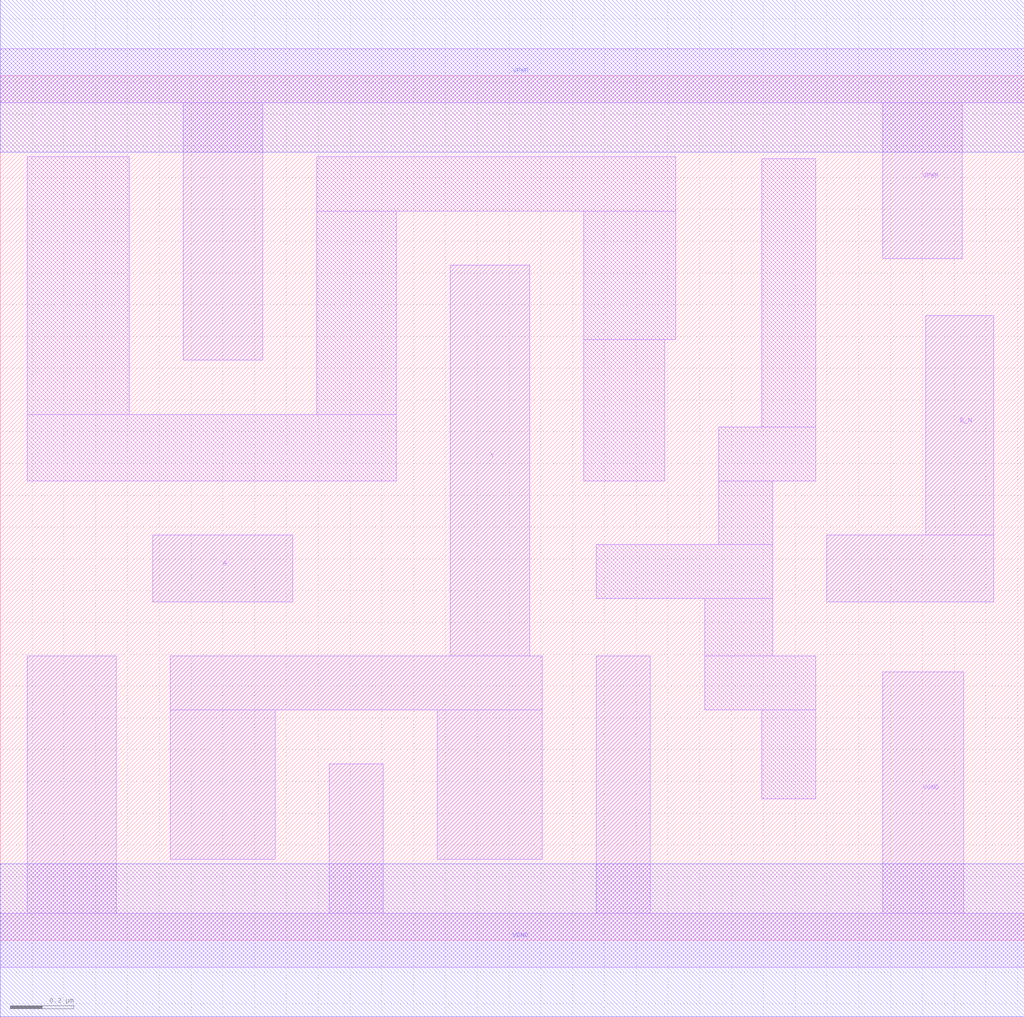
<source format=lef>
# Copyright 2020 The SkyWater PDK Authors
#
# Licensed under the Apache License, Version 2.0 (the "License");
# you may not use this file except in compliance with the License.
# You may obtain a copy of the License at
#
#     https://www.apache.org/licenses/LICENSE-2.0
#
# Unless required by applicable law or agreed to in writing, software
# distributed under the License is distributed on an "AS IS" BASIS,
# WITHOUT WARRANTIES OR CONDITIONS OF ANY KIND, either express or implied.
# See the License for the specific language governing permissions and
# limitations under the License.
#
# SPDX-License-Identifier: Apache-2.0

VERSION 5.5 ;
NAMESCASESENSITIVE ON ;
BUSBITCHARS "[]" ;
DIVIDERCHAR "/" ;
MACRO sky130_fd_sc_hd__nor2b_2
  CLASS CORE ;
  SOURCE USER ;
  ORIGIN  0.000000  0.000000 ;
  SIZE  3.220000 BY  2.720000 ;
  SYMMETRY X Y R90 ;
  SITE unithd ;
  PIN A
    ANTENNAGATEAREA  0.495000 ;
    DIRECTION INPUT ;
    USE SIGNAL ;
    PORT
      LAYER li1 ;
        RECT 0.480000 1.065000 0.920000 1.275000 ;
    END
  END A
  PIN B_N
    ANTENNAGATEAREA  0.126000 ;
    DIRECTION INPUT ;
    USE SIGNAL ;
    PORT
      LAYER li1 ;
        RECT 2.600000 1.065000 3.125000 1.275000 ;
        RECT 2.910000 1.275000 3.125000 1.965000 ;
    END
  END B_N
  PIN Y
    ANTENNADIFFAREA  0.621000 ;
    DIRECTION OUTPUT ;
    USE SIGNAL ;
    PORT
      LAYER li1 ;
        RECT 0.535000 0.255000 0.865000 0.725000 ;
        RECT 0.535000 0.725000 1.705000 0.895000 ;
        RECT 1.375000 0.255000 1.705000 0.725000 ;
        RECT 1.415000 0.895000 1.665000 2.125000 ;
    END
  END Y
  PIN VGND
    DIRECTION INOUT ;
    SHAPE ABUTMENT ;
    USE GROUND ;
    PORT
      LAYER li1 ;
        RECT 0.000000 -0.085000 3.220000 0.085000 ;
        RECT 0.085000  0.085000 0.365000 0.895000 ;
        RECT 1.035000  0.085000 1.205000 0.555000 ;
        RECT 1.875000  0.085000 2.045000 0.895000 ;
        RECT 2.775000  0.085000 3.030000 0.845000 ;
    END
    PORT
      LAYER met1 ;
        RECT 0.000000 -0.240000 3.220000 0.240000 ;
    END
  END VGND
  PIN VPWR
    DIRECTION INOUT ;
    SHAPE ABUTMENT ;
    USE POWER ;
    PORT
      LAYER li1 ;
        RECT 0.000000 2.635000 3.220000 2.805000 ;
        RECT 0.575000 1.825000 0.825000 2.635000 ;
        RECT 2.775000 2.145000 3.025000 2.635000 ;
    END
    PORT
      LAYER met1 ;
        RECT 0.000000 2.480000 3.220000 2.960000 ;
    END
  END VPWR
  OBS
    LAYER li1 ;
      RECT 0.085000 1.445000 1.245000 1.655000 ;
      RECT 0.085000 1.655000 0.405000 2.465000 ;
      RECT 0.995000 1.655000 1.245000 2.295000 ;
      RECT 0.995000 2.295000 2.125000 2.465000 ;
      RECT 1.835000 1.445000 2.090000 1.890000 ;
      RECT 1.835000 1.890000 2.125000 2.295000 ;
      RECT 1.875000 1.075000 2.430000 1.245000 ;
      RECT 2.215000 0.725000 2.565000 0.895000 ;
      RECT 2.215000 0.895000 2.430000 1.075000 ;
      RECT 2.260000 1.245000 2.430000 1.445000 ;
      RECT 2.260000 1.445000 2.565000 1.615000 ;
      RECT 2.395000 0.445000 2.565000 0.725000 ;
      RECT 2.395000 1.615000 2.565000 2.460000 ;
  END
END sky130_fd_sc_hd__nor2b_2
END LIBRARY

</source>
